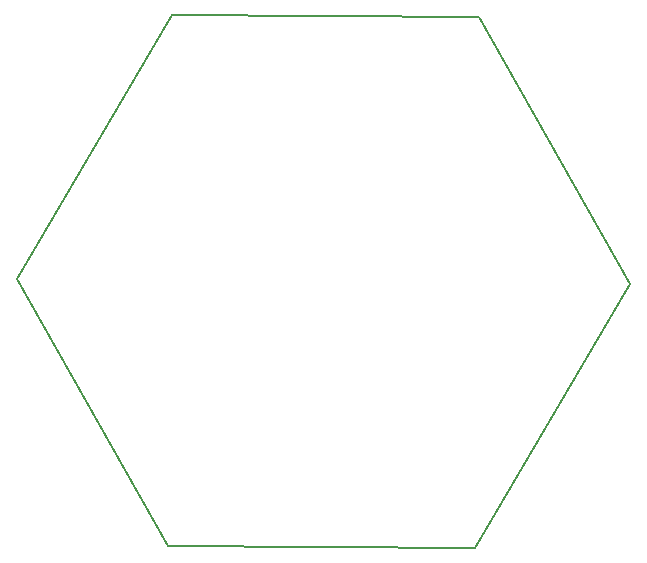
<source format=gbr>
%TF.GenerationSoftware,KiCad,Pcbnew,9.0.0*%
%TF.CreationDate,2025-03-16T14:06:53+01:00*%
%TF.ProjectId,LCD_Display_board,4c43445f-4469-4737-906c-61795f626f61,rev?*%
%TF.SameCoordinates,Original*%
%TF.FileFunction,Profile,NP*%
%FSLAX46Y46*%
G04 Gerber Fmt 4.6, Leading zero omitted, Abs format (unit mm)*
G04 Created by KiCad (PCBNEW 9.0.0) date 2025-03-16 14:06:53*
%MOMM*%
%LPD*%
G01*
G04 APERTURE LIST*
%TA.AperFunction,Profile*%
%ADD10C,0.200000*%
%TD*%
G04 APERTURE END LIST*
D10*
X159316339Y-88292711D02*
X133343601Y-88102203D01*
X120192247Y-110500000D02*
X133013631Y-133088305D01*
X133343601Y-88102203D02*
X120192247Y-110500000D01*
X133013631Y-133088305D02*
X158986369Y-133278813D01*
X158986369Y-133278813D02*
X172137723Y-110881016D01*
X172137723Y-110881016D02*
X159316339Y-88292711D01*
M02*

</source>
